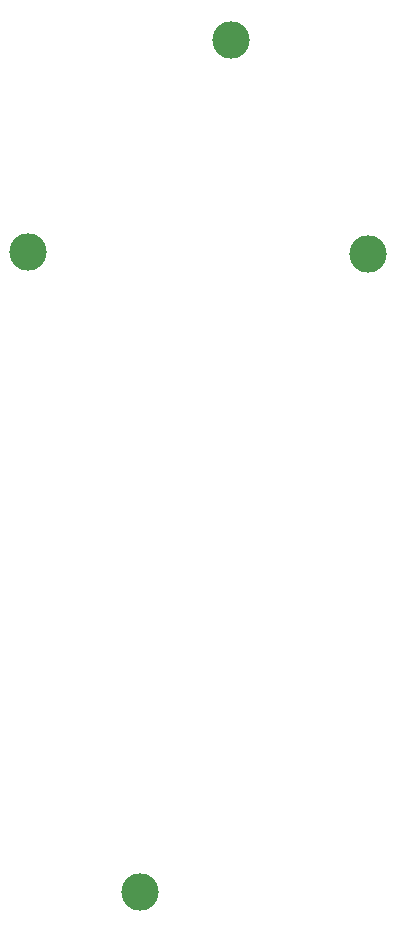
<source format=gts>
%TF.GenerationSoftware,KiCad,Pcbnew,5.99.0-unknown-909dca71c~104~ubuntu18.04.1*%
%TF.CreationDate,2021-01-02T13:38:36-05:00*%
%TF.ProjectId,881_back_panel,3838315f-6261-4636-9b5f-70616e656c2e,rev?*%
%TF.SameCoordinates,Original*%
%TF.FileFunction,Soldermask,Top*%
%TF.FilePolarity,Negative*%
%FSLAX46Y46*%
G04 Gerber Fmt 4.6, Leading zero omitted, Abs format (unit mm)*
G04 Created by KiCad (PCBNEW 5.99.0-unknown-909dca71c~104~ubuntu18.04.1) date 2021-01-02 13:38:36*
%MOMM*%
%LPD*%
G01*
G04 APERTURE LIST*
%ADD10C,3.175000*%
G04 APERTURE END LIST*
D10*
%TO.C,SNAP-HOLE-0.125-INCH*%
X114500000Y-93750000D03*
%TD*%
%TO.C,SNAP-HOLE-0.125-INCH*%
X131700000Y-75800000D03*
%TD*%
%TO.C,SNAP-HOLE-0.125-INCH*%
X124000000Y-147900000D03*
%TD*%
%TO.C,SNAP-HOLE-0.125-INCH*%
X143300000Y-93900000D03*
%TD*%
M02*

</source>
